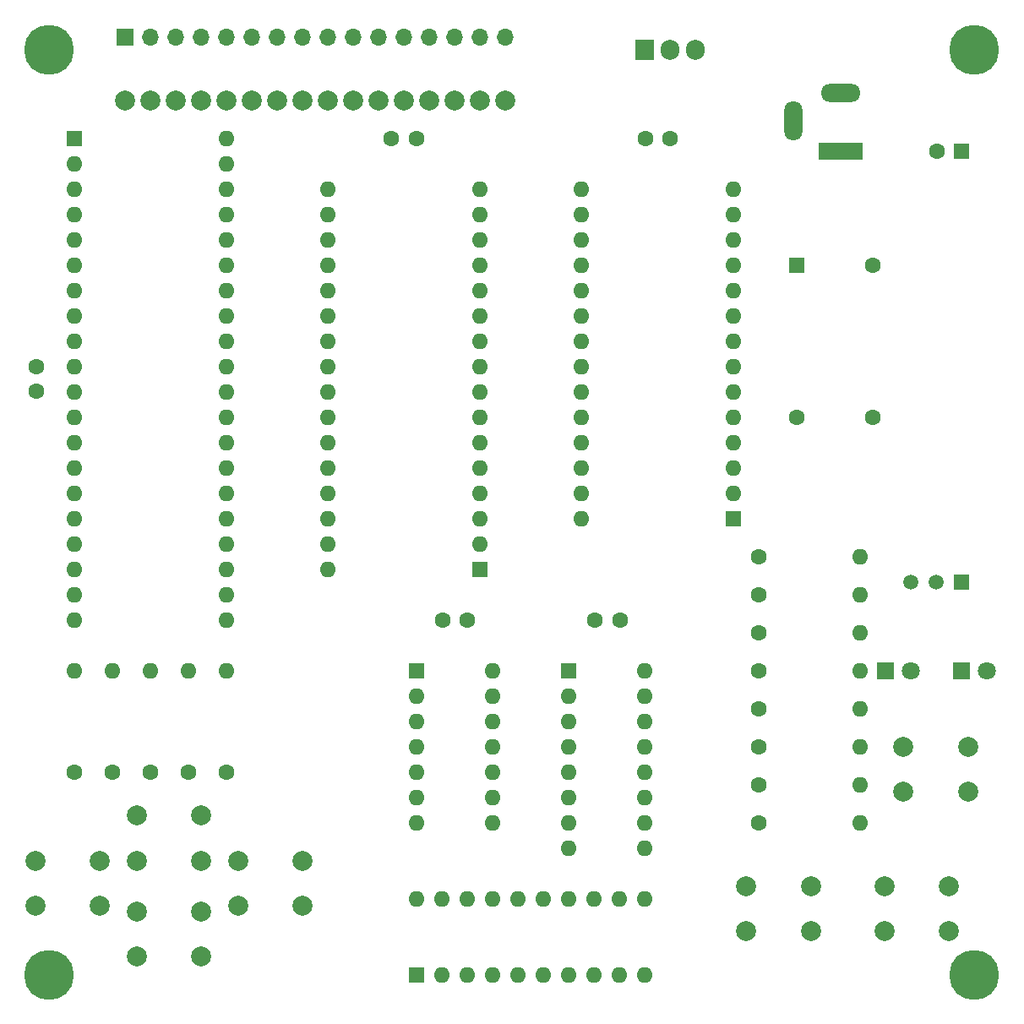
<source format=gbr>
%TF.GenerationSoftware,KiCad,Pcbnew,7.0.8*%
%TF.CreationDate,2023-12-27T01:37:41+02:00*%
%TF.ProjectId,main,6d61696e-2e6b-4696-9361-645f70636258,rev?*%
%TF.SameCoordinates,Original*%
%TF.FileFunction,Soldermask,Bot*%
%TF.FilePolarity,Negative*%
%FSLAX46Y46*%
G04 Gerber Fmt 4.6, Leading zero omitted, Abs format (unit mm)*
G04 Created by KiCad (PCBNEW 7.0.8) date 2023-12-27 01:37:41*
%MOMM*%
%LPD*%
G01*
G04 APERTURE LIST*
%ADD10C,1.600000*%
%ADD11O,1.600000X1.600000*%
%ADD12R,1.500000X1.500000*%
%ADD13C,1.500000*%
%ADD14C,2.000000*%
%ADD15R,1.905000X2.000000*%
%ADD16O,1.905000X2.000000*%
%ADD17R,1.800000X1.800000*%
%ADD18C,1.800000*%
%ADD19C,5.000000*%
%ADD20R,1.600000X1.600000*%
%ADD21R,1.700000X1.700000*%
%ADD22O,1.700000X1.700000*%
%ADD23R,4.400000X1.800000*%
%ADD24O,4.000000X1.800000*%
%ADD25O,1.800000X4.000000*%
G04 APERTURE END LIST*
D10*
%TO.C,R1*%
X33020000Y-99060000D03*
D11*
X33020000Y-88900000D03*
%TD*%
D10*
%TO.C,C3*%
X90210000Y-35560000D03*
X92710000Y-35560000D03*
%TD*%
%TO.C,R10*%
X101600000Y-92710000D03*
D11*
X111760000Y-92710000D03*
%TD*%
D12*
%TO.C,U4*%
X121920000Y-80010000D03*
D13*
X119380000Y-80010000D03*
X116840000Y-80010000D03*
%TD*%
D14*
%TO.C,SW7*%
X114150000Y-110490000D03*
X120650000Y-110490000D03*
X114150000Y-114990000D03*
X120650000Y-114990000D03*
%TD*%
D15*
%TO.C,U7*%
X90170000Y-26670000D03*
D16*
X92710000Y-26670000D03*
X95250000Y-26670000D03*
%TD*%
D14*
%TO.C,SW5*%
X49380000Y-107950000D03*
X55880000Y-107950000D03*
X49380000Y-112450000D03*
X55880000Y-112450000D03*
%TD*%
%TO.C,SW1*%
X116055000Y-96520000D03*
X122555000Y-96520000D03*
X116055000Y-101020000D03*
X122555000Y-101020000D03*
%TD*%
D10*
%TO.C,C1*%
X29210000Y-58420000D03*
X29210000Y-60920000D03*
%TD*%
D14*
%TO.C,SW2*%
X39220000Y-103450000D03*
X45720000Y-103450000D03*
X39220000Y-107950000D03*
X45720000Y-107950000D03*
%TD*%
D10*
%TO.C,R3*%
X40640000Y-99060000D03*
D11*
X40640000Y-88900000D03*
%TD*%
D17*
%TO.C,D1*%
X114300000Y-88900000D03*
D18*
X116840000Y-88900000D03*
%TD*%
D19*
%TO.C,H2*%
X123190000Y-26670000D03*
%TD*%
D10*
%TO.C,C4*%
X72390000Y-83820000D03*
X69890000Y-83820000D03*
%TD*%
%TO.C,C2*%
X64770000Y-35560000D03*
X67270000Y-35560000D03*
%TD*%
D20*
%TO.C,U6*%
X82550000Y-88900000D03*
D11*
X82550000Y-91440000D03*
X82550000Y-93980000D03*
X82550000Y-96520000D03*
X82550000Y-99060000D03*
X82550000Y-101600000D03*
X82550000Y-104140000D03*
X82550000Y-106680000D03*
X90170000Y-106680000D03*
X90170000Y-104140000D03*
X90170000Y-101600000D03*
X90170000Y-99060000D03*
X90170000Y-96520000D03*
X90170000Y-93980000D03*
X90170000Y-91440000D03*
X90170000Y-88900000D03*
%TD*%
D10*
%TO.C,R13*%
X101600000Y-104140000D03*
D11*
X111760000Y-104140000D03*
%TD*%
D14*
%TO.C,SW6*%
X100330000Y-110490000D03*
X106830000Y-110490000D03*
X100330000Y-114990000D03*
X106830000Y-114990000D03*
%TD*%
D10*
%TO.C,R11*%
X101600000Y-96520000D03*
D11*
X111760000Y-96520000D03*
%TD*%
D20*
%TO.C,U1*%
X33020000Y-35560000D03*
D11*
X33020000Y-38100000D03*
X33020000Y-40640000D03*
X33020000Y-43180000D03*
X33020000Y-45720000D03*
X33020000Y-48260000D03*
X33020000Y-50800000D03*
X33020000Y-53340000D03*
X33020000Y-55880000D03*
X33020000Y-58420000D03*
X33020000Y-60960000D03*
X33020000Y-63500000D03*
X33020000Y-66040000D03*
X33020000Y-68580000D03*
X33020000Y-71120000D03*
X33020000Y-73660000D03*
X33020000Y-76200000D03*
X33020000Y-78740000D03*
X33020000Y-81280000D03*
X33020000Y-83820000D03*
X48260000Y-83820000D03*
X48260000Y-81280000D03*
X48260000Y-78740000D03*
X48260000Y-76200000D03*
X48260000Y-73660000D03*
X48260000Y-71120000D03*
X48260000Y-68580000D03*
X48260000Y-66040000D03*
X48260000Y-63500000D03*
X48260000Y-60960000D03*
X48260000Y-58420000D03*
X48260000Y-55880000D03*
X48260000Y-53340000D03*
X48260000Y-50800000D03*
X48260000Y-48260000D03*
X48260000Y-45720000D03*
X48260000Y-43180000D03*
X48260000Y-40640000D03*
X48260000Y-38100000D03*
X48260000Y-35560000D03*
%TD*%
D14*
%TO.C,SW4*%
X29060000Y-107950000D03*
X35560000Y-107950000D03*
X29060000Y-112450000D03*
X35560000Y-112450000D03*
%TD*%
D20*
%TO.C,U3*%
X99060000Y-73660000D03*
D11*
X99060000Y-71120000D03*
X99060000Y-68580000D03*
X99060000Y-66040000D03*
X99060000Y-63500000D03*
X99060000Y-60960000D03*
X99060000Y-58420000D03*
X99060000Y-55880000D03*
X99060000Y-53340000D03*
X99060000Y-50800000D03*
X99060000Y-48260000D03*
X99060000Y-45720000D03*
X99060000Y-43180000D03*
X99060000Y-40640000D03*
X83820000Y-40640000D03*
X83820000Y-43180000D03*
X83820000Y-45720000D03*
X83820000Y-48260000D03*
X83820000Y-50800000D03*
X83820000Y-53340000D03*
X83820000Y-55880000D03*
X83820000Y-58420000D03*
X83820000Y-60960000D03*
X83820000Y-63500000D03*
X83820000Y-66040000D03*
X83820000Y-68580000D03*
X83820000Y-71120000D03*
X83820000Y-73660000D03*
%TD*%
D20*
%TO.C,U8*%
X67310000Y-119380000D03*
D11*
X69850000Y-119380000D03*
X72390000Y-119380000D03*
X74930000Y-119380000D03*
X77470000Y-119380000D03*
X80010000Y-119380000D03*
X82550000Y-119380000D03*
X85090000Y-119380000D03*
X87630000Y-119380000D03*
X90170000Y-119380000D03*
X90170000Y-111760000D03*
X87630000Y-111760000D03*
X85090000Y-111760000D03*
X82550000Y-111760000D03*
X80010000Y-111760000D03*
X77470000Y-111760000D03*
X74930000Y-111760000D03*
X72390000Y-111760000D03*
X69850000Y-111760000D03*
X67310000Y-111760000D03*
%TD*%
D10*
%TO.C,R7*%
X101600000Y-81280000D03*
D11*
X111760000Y-81280000D03*
%TD*%
D10*
%TO.C,R5*%
X48260000Y-99060000D03*
D11*
X48260000Y-88900000D03*
%TD*%
D10*
%TO.C,R8*%
X101600000Y-85090000D03*
D11*
X111760000Y-85090000D03*
%TD*%
D19*
%TO.C,H4*%
X123190000Y-119380000D03*
%TD*%
D10*
%TO.C,R4*%
X44450000Y-99060000D03*
D11*
X44450000Y-88900000D03*
%TD*%
D10*
%TO.C,C5*%
X87670000Y-83820000D03*
X85170000Y-83820000D03*
%TD*%
D19*
%TO.C,H1*%
X30480000Y-26670000D03*
%TD*%
D20*
%TO.C,U2*%
X73660000Y-78740000D03*
D11*
X73660000Y-76200000D03*
X73660000Y-73660000D03*
X73660000Y-71120000D03*
X73660000Y-68580000D03*
X73660000Y-66040000D03*
X73660000Y-63500000D03*
X73660000Y-60960000D03*
X73660000Y-58420000D03*
X73660000Y-55880000D03*
X73660000Y-53340000D03*
X73660000Y-50800000D03*
X73660000Y-48260000D03*
X73660000Y-45720000D03*
X73660000Y-43180000D03*
X73660000Y-40640000D03*
X58420000Y-40640000D03*
X58420000Y-43180000D03*
X58420000Y-45720000D03*
X58420000Y-48260000D03*
X58420000Y-50800000D03*
X58420000Y-53340000D03*
X58420000Y-55880000D03*
X58420000Y-58420000D03*
X58420000Y-60960000D03*
X58420000Y-63500000D03*
X58420000Y-66040000D03*
X58420000Y-68580000D03*
X58420000Y-71120000D03*
X58420000Y-73660000D03*
X58420000Y-76200000D03*
X58420000Y-78740000D03*
%TD*%
D10*
%TO.C,R9*%
X101600000Y-88900000D03*
D11*
X111760000Y-88900000D03*
%TD*%
D20*
%TO.C,U5*%
X67310000Y-88900000D03*
D11*
X67310000Y-91440000D03*
X67310000Y-93980000D03*
X67310000Y-96520000D03*
X67310000Y-99060000D03*
X67310000Y-101600000D03*
X67310000Y-104140000D03*
X74930000Y-104140000D03*
X74930000Y-101600000D03*
X74930000Y-99060000D03*
X74930000Y-96520000D03*
X74930000Y-93980000D03*
X74930000Y-91440000D03*
X74930000Y-88900000D03*
%TD*%
D20*
%TO.C,C6*%
X121920000Y-36830000D03*
D10*
X119420000Y-36830000D03*
%TD*%
D19*
%TO.C,H3*%
X30480000Y-119380000D03*
%TD*%
D10*
%TO.C,R6*%
X101600000Y-77470000D03*
D11*
X111760000Y-77470000D03*
%TD*%
D20*
%TO.C,X1*%
X105410000Y-48260000D03*
D10*
X105410000Y-63500000D03*
X113030000Y-63500000D03*
X113030000Y-48260000D03*
%TD*%
D17*
%TO.C,D2*%
X121920000Y-88900000D03*
D18*
X124460000Y-88900000D03*
%TD*%
D21*
%TO.C,J2*%
X38100000Y-25400000D03*
D22*
X40640000Y-25400000D03*
X43180000Y-25400000D03*
X45720000Y-25400000D03*
X48260000Y-25400000D03*
X50800000Y-25400000D03*
X53340000Y-25400000D03*
X55880000Y-25400000D03*
X58420000Y-25400000D03*
X60960000Y-25400000D03*
X63500000Y-25400000D03*
X66040000Y-25400000D03*
X68580000Y-25400000D03*
X71120000Y-25400000D03*
X73660000Y-25400000D03*
X76200000Y-25400000D03*
%TD*%
D14*
%TO.C,SW3*%
X39220000Y-113030000D03*
X45720000Y-113030000D03*
X39220000Y-117530000D03*
X45720000Y-117530000D03*
%TD*%
D10*
%TO.C,R2*%
X36830000Y-99060000D03*
D11*
X36830000Y-88900000D03*
%TD*%
D23*
%TO.C,J1*%
X109820000Y-36830000D03*
D24*
X109820000Y-31030000D03*
D25*
X105020000Y-33830000D03*
%TD*%
D10*
%TO.C,R12*%
X101600000Y-100330000D03*
D11*
X111760000Y-100330000D03*
%TD*%
D14*
%TO.C,LCD1*%
X43180000Y-31750000D03*
X73660000Y-31750000D03*
X76200000Y-31750000D03*
X38100000Y-31750000D03*
X40640000Y-31750000D03*
X45720000Y-31750000D03*
X48260000Y-31750000D03*
X50800000Y-31750000D03*
X53340000Y-31750000D03*
X55880000Y-31750000D03*
X58420000Y-31750000D03*
X60960000Y-31750000D03*
X63500000Y-31750000D03*
X66040000Y-31750000D03*
X68580000Y-31750000D03*
X71120000Y-31750000D03*
%TD*%
M02*

</source>
